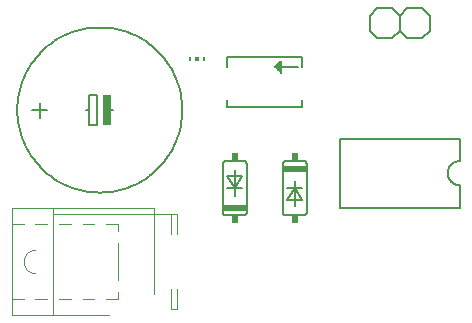
<source format=gto>
G75*
G70*
%OFA0B0*%
%FSLAX24Y24*%
%IPPOS*%
%LPD*%
%AMOC8*
5,1,8,0,0,1.08239X$1,22.5*
%
%ADD10C,0.0060*%
%ADD11R,0.0800X0.0200*%
%ADD12R,0.0200X0.0250*%
%ADD13R,0.0250X0.1000*%
%ADD14C,0.0039*%
%ADD15R,0.0059X0.0118*%
%ADD16R,0.0118X0.0118*%
D10*
X007201Y004452D02*
X007201Y006052D01*
X007203Y006069D01*
X007207Y006086D01*
X007214Y006102D01*
X007224Y006116D01*
X007237Y006129D01*
X007251Y006139D01*
X007267Y006146D01*
X007284Y006150D01*
X007301Y006152D01*
X007901Y006152D01*
X007918Y006150D01*
X007935Y006146D01*
X007951Y006139D01*
X007965Y006129D01*
X007978Y006116D01*
X007988Y006102D01*
X007995Y006086D01*
X007999Y006069D01*
X008001Y006052D01*
X008001Y004452D01*
X007999Y004435D01*
X007995Y004418D01*
X007988Y004402D01*
X007978Y004388D01*
X007965Y004375D01*
X007951Y004365D01*
X007935Y004358D01*
X007918Y004354D01*
X007901Y004352D01*
X007301Y004352D01*
X007284Y004354D01*
X007267Y004358D01*
X007251Y004365D01*
X007237Y004375D01*
X007224Y004388D01*
X007214Y004402D01*
X007207Y004418D01*
X007203Y004435D01*
X007201Y004452D01*
X007601Y005002D02*
X007601Y005252D01*
X007851Y005252D01*
X007601Y005252D02*
X007351Y005252D01*
X007601Y005252D02*
X007351Y005652D01*
X007851Y005652D01*
X007601Y005252D01*
X007601Y005852D01*
X009201Y006052D02*
X009201Y004452D01*
X009203Y004435D01*
X009207Y004418D01*
X009214Y004402D01*
X009224Y004388D01*
X009237Y004375D01*
X009251Y004365D01*
X009267Y004358D01*
X009284Y004354D01*
X009301Y004352D01*
X009901Y004352D01*
X009918Y004354D01*
X009935Y004358D01*
X009951Y004365D01*
X009965Y004375D01*
X009978Y004388D01*
X009988Y004402D01*
X009995Y004418D01*
X009999Y004435D01*
X010001Y004452D01*
X010001Y006052D01*
X009999Y006069D01*
X009995Y006086D01*
X009988Y006102D01*
X009978Y006116D01*
X009965Y006129D01*
X009951Y006139D01*
X009935Y006146D01*
X009918Y006150D01*
X009901Y006152D01*
X009301Y006152D01*
X009284Y006150D01*
X009267Y006146D01*
X009251Y006139D01*
X009237Y006129D01*
X009224Y006116D01*
X009214Y006102D01*
X009207Y006086D01*
X009203Y006069D01*
X009201Y006052D01*
X009601Y005502D02*
X009601Y005252D01*
X009351Y005252D01*
X009601Y005252D02*
X009851Y005252D01*
X009601Y005252D02*
X009851Y004852D01*
X009351Y004852D01*
X009601Y005252D01*
X009601Y004652D01*
X011101Y004602D02*
X011101Y006902D01*
X015101Y006902D01*
X015101Y006152D01*
X015062Y006150D01*
X015023Y006144D01*
X014985Y006135D01*
X014948Y006122D01*
X014912Y006105D01*
X014879Y006085D01*
X014847Y006061D01*
X014818Y006035D01*
X014792Y006006D01*
X014768Y005974D01*
X014748Y005941D01*
X014731Y005905D01*
X014718Y005868D01*
X014709Y005830D01*
X014703Y005791D01*
X014701Y005752D01*
X014703Y005713D01*
X014709Y005674D01*
X014718Y005636D01*
X014731Y005599D01*
X014748Y005563D01*
X014768Y005530D01*
X014792Y005498D01*
X014818Y005469D01*
X014847Y005443D01*
X014879Y005419D01*
X014912Y005399D01*
X014948Y005382D01*
X014985Y005369D01*
X015023Y005360D01*
X015062Y005354D01*
X015101Y005352D01*
X015101Y004602D01*
X011101Y004602D01*
X009851Y007952D02*
X007351Y007952D01*
X007351Y008202D01*
X007351Y009302D02*
X007351Y009622D01*
X009851Y009622D01*
X009851Y009302D01*
X009701Y009302D02*
X009101Y009302D01*
X009101Y009452D01*
X009151Y009502D01*
X009151Y009102D01*
X009101Y009152D01*
X009101Y009302D01*
X008951Y009302D01*
X009001Y009252D01*
X009051Y009202D01*
X009101Y009152D01*
X009051Y009202D02*
X009051Y009402D01*
X009001Y009352D01*
X009001Y009252D01*
X008951Y009302D02*
X009001Y009352D01*
X009051Y009402D02*
X009101Y009452D01*
X009851Y008202D02*
X009851Y007952D01*
X012351Y010252D02*
X012851Y010252D01*
X013101Y010502D01*
X013351Y010252D01*
X013851Y010252D01*
X014101Y010502D01*
X014101Y011002D01*
X013851Y011252D01*
X013351Y011252D01*
X013101Y011002D01*
X013101Y010502D01*
X013101Y011002D02*
X012851Y011252D01*
X012351Y011252D01*
X012101Y011002D01*
X012101Y010502D01*
X012351Y010252D01*
X003551Y007852D02*
X003351Y007852D01*
X000351Y007852D02*
X000354Y007987D01*
X000364Y008122D01*
X000381Y008256D01*
X000404Y008388D01*
X000433Y008520D01*
X000469Y008650D01*
X000512Y008778D01*
X000560Y008904D01*
X000615Y009028D01*
X000676Y009148D01*
X000742Y009266D01*
X000814Y009380D01*
X000892Y009490D01*
X000975Y009597D01*
X001063Y009699D01*
X001156Y009797D01*
X001254Y009890D01*
X001356Y009978D01*
X001463Y010061D01*
X001573Y010139D01*
X001687Y010211D01*
X001805Y010277D01*
X001925Y010338D01*
X002049Y010393D01*
X002175Y010441D01*
X002303Y010484D01*
X002433Y010520D01*
X002565Y010549D01*
X002697Y010572D01*
X002831Y010589D01*
X002966Y010599D01*
X003101Y010602D01*
X003236Y010599D01*
X003371Y010589D01*
X003505Y010572D01*
X003637Y010549D01*
X003769Y010520D01*
X003899Y010484D01*
X004027Y010441D01*
X004153Y010393D01*
X004277Y010338D01*
X004397Y010277D01*
X004515Y010211D01*
X004629Y010139D01*
X004739Y010061D01*
X004846Y009978D01*
X004948Y009890D01*
X005046Y009797D01*
X005139Y009699D01*
X005227Y009597D01*
X005310Y009490D01*
X005388Y009380D01*
X005460Y009266D01*
X005526Y009148D01*
X005587Y009028D01*
X005642Y008904D01*
X005690Y008778D01*
X005733Y008650D01*
X005769Y008520D01*
X005798Y008388D01*
X005821Y008256D01*
X005838Y008122D01*
X005848Y007987D01*
X005851Y007852D01*
X005848Y007717D01*
X005838Y007582D01*
X005821Y007448D01*
X005798Y007316D01*
X005769Y007184D01*
X005733Y007054D01*
X005690Y006926D01*
X005642Y006800D01*
X005587Y006676D01*
X005526Y006556D01*
X005460Y006438D01*
X005388Y006324D01*
X005310Y006214D01*
X005227Y006107D01*
X005139Y006005D01*
X005046Y005907D01*
X004948Y005814D01*
X004846Y005726D01*
X004739Y005643D01*
X004629Y005565D01*
X004515Y005493D01*
X004397Y005427D01*
X004277Y005366D01*
X004153Y005311D01*
X004027Y005263D01*
X003899Y005220D01*
X003769Y005184D01*
X003637Y005155D01*
X003505Y005132D01*
X003371Y005115D01*
X003236Y005105D01*
X003101Y005102D01*
X002966Y005105D01*
X002831Y005115D01*
X002697Y005132D01*
X002565Y005155D01*
X002433Y005184D01*
X002303Y005220D01*
X002175Y005263D01*
X002049Y005311D01*
X001925Y005366D01*
X001805Y005427D01*
X001687Y005493D01*
X001573Y005565D01*
X001463Y005643D01*
X001356Y005726D01*
X001254Y005814D01*
X001156Y005907D01*
X001063Y006005D01*
X000975Y006107D01*
X000892Y006214D01*
X000814Y006324D01*
X000742Y006438D01*
X000676Y006556D01*
X000615Y006676D01*
X000560Y006800D01*
X000512Y006926D01*
X000469Y007054D01*
X000433Y007184D01*
X000404Y007316D01*
X000381Y007448D01*
X000364Y007582D01*
X000354Y007717D01*
X000351Y007852D01*
X000851Y007852D02*
X001351Y007852D01*
X001101Y007602D02*
X001101Y008102D01*
X002651Y007852D02*
X002751Y007852D01*
X002751Y008352D01*
X003001Y008352D01*
X003001Y007352D01*
X002751Y007352D01*
X002751Y007852D01*
D11*
X007601Y004602D03*
X009601Y005902D03*
D12*
X009601Y006277D03*
X007601Y006277D03*
X007601Y004227D03*
X009601Y004227D03*
D13*
X003326Y007852D03*
D14*
X003393Y001030D02*
X000169Y001030D01*
X000169Y001542D01*
X000562Y001542D01*
X000169Y001542D02*
X000169Y004062D01*
X000562Y004062D01*
X000169Y004062D02*
X000169Y004574D01*
X004893Y004574D01*
X004893Y004377D01*
X004893Y001727D01*
X005483Y001877D02*
X005483Y001227D01*
X005680Y001227D01*
X005680Y001877D01*
X003712Y001778D02*
X003712Y001542D01*
X003318Y001542D01*
X002924Y001542D02*
X002531Y001542D01*
X002137Y001542D02*
X001743Y001542D01*
X001350Y001542D02*
X000956Y001542D01*
X001546Y001030D02*
X001546Y004377D01*
X004893Y004377D01*
X005483Y004377D01*
X005483Y003727D01*
X005680Y003727D02*
X005680Y004377D01*
X005483Y004377D01*
X003712Y004062D02*
X003712Y003826D01*
X003712Y004062D02*
X003318Y004062D01*
X002924Y004062D02*
X002531Y004062D01*
X002137Y004062D02*
X001743Y004062D01*
X001546Y004377D02*
X001546Y004574D01*
X001350Y004062D02*
X000956Y004062D01*
X000956Y003196D02*
X000917Y003194D01*
X000879Y003188D01*
X000842Y003179D01*
X000805Y003166D01*
X000770Y003149D01*
X000737Y003130D01*
X000706Y003107D01*
X000677Y003081D01*
X000651Y003052D01*
X000628Y003021D01*
X000609Y002988D01*
X000592Y002953D01*
X000579Y002916D01*
X000570Y002879D01*
X000564Y002841D01*
X000562Y002802D01*
X000564Y002763D01*
X000570Y002725D01*
X000579Y002688D01*
X000592Y002651D01*
X000609Y002616D01*
X000628Y002583D01*
X000651Y002552D01*
X000677Y002523D01*
X000706Y002497D01*
X000737Y002474D01*
X000770Y002455D01*
X000805Y002438D01*
X000842Y002425D01*
X000879Y002416D01*
X000917Y002410D01*
X000956Y002408D01*
X003712Y002408D02*
X003712Y002172D01*
X003712Y002408D02*
X003712Y003196D01*
X003712Y003432D01*
D15*
X006115Y009561D03*
X006587Y009561D03*
D16*
X006351Y009561D03*
M02*

</source>
